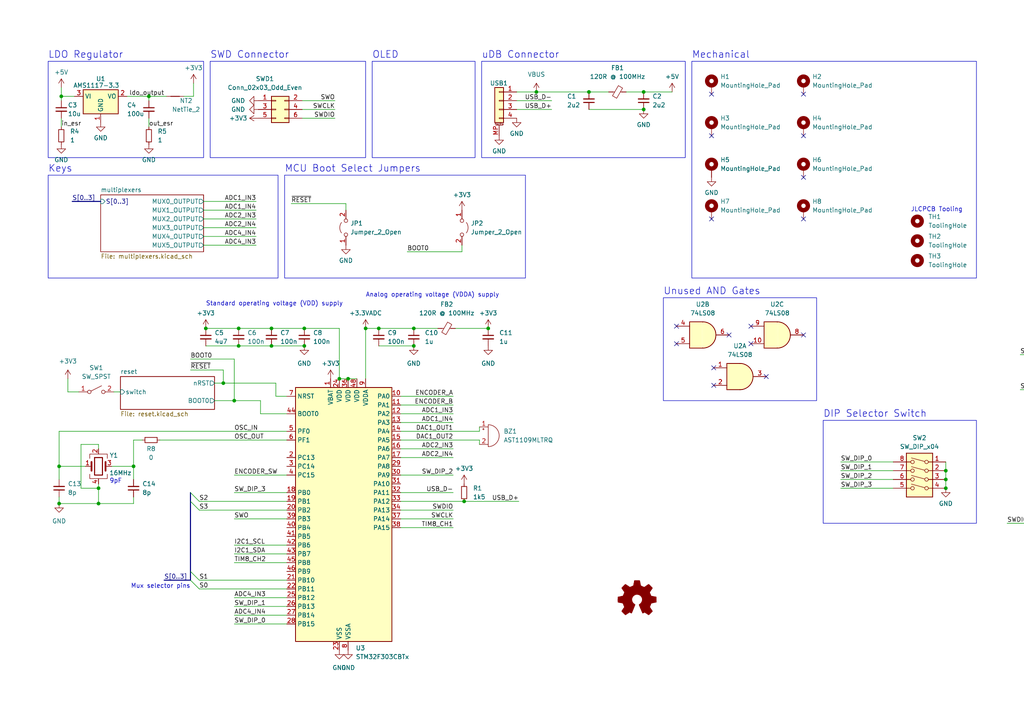
<source format=kicad_sch>
(kicad_sch (version 20230121) (generator eeschema)
  (paper "A4")
  (title_block (title "MoonBoard"))
  (lib_symbols
    (symbol "74xx:74LS08" (pin_names (offset 1.016))
      (property "Reference" "U" (at 0 1.27 0))
      (property "Value" "74LS08" (at 0 -1.27 0))
      (symbol "74LS08_1_1"
        (pin input line (at -7.62 2.54 0) (length 3.81) (name "~") (number "1"))
        (pin input line (at -7.62 -2.54 0) (length 3.81) (name "~") (number "2"))
        (pin output line (at 7.62 0 180) (length 3.81) (name "~") (number "3"))
      )
      (symbol "74LS08_1_2"
        (pin input inverted (at -7.62 2.54 0) (length 4.318) (name "~") (number "1"))
        (pin input inverted (at -7.62 -2.54 0) (length 4.318) (name "~") (number "2"))
        (pin output inverted (at 7.62 0 180) (length 3.81) (name "~") (number "3"))
      )
      (symbol "74LS08_2_1"
        (pin input line (at -7.62 2.54 0) (length 3.81) (name "~") (number "4"))
        (pin input line (at -7.62 -2.54 0) (length 3.81) (name "~") (number "5"))
        (pin output line (at 7.62 0 180) (length 3.81) (name "~") (number "6"))
      )
      (symbol "74LS08_2_2"
        (pin input inverted (at -7.62 2.54 0) (length 4.318) (name "~") (number "4"))
        (pin input inverted (at -7.62 -2.54 0) (length 4.318) (name "~") (number "5"))
        (pin output inverted (at 7.62 0 180) (length 3.81) (name "~") (number "6"))
      )
      (symbol "74LS08_3_1"
        (pin input line (at -7.62 -2.54 0) (length 3.81) (name "~") (number "10"))
        (pin output line (at 7.62 0 180) (length 3.81) (name "~") (number "8"))
        (pin input line (at -7.62 2.54 0) (length 3.81) (name "~") (number "9"))
      )
      (symbol "74LS08_3_2"
        (pin input inverted (at -7.62 -2.54 0) (length 4.318) (name "~") (number "10"))
        (pin output inverted (at 7.62 0 180) (length 3.81) (name "~") (number "8"))
        (pin input inverted (at -7.62 2.54 0) (length 4.318) (name "~") (number "9"))
      )
      (symbol "74LS08_4_1"
        (pin output line (at 7.62 0 180) (length 3.81) (name "~") (number "11"))
        (pin input line (at -7.62 2.54 0) (length 3.81) (name "~") (number "12"))
        (pin input line (at -7.62 -2.54 0) (length 3.81) (name "~") (number "13"))
      )
      (symbol "74LS08_4_2"
        (pin output inverted (at 7.62 0 180) (length 3.81) (name "~") (number "11"))
        (pin input inverted (at -7.62 2.54 0) (length 4.318) (name "~") (number "12"))
        (pin input inverted (at -7.62 -2.54 0) (length 4.318) (name "~") (number "13"))
      )
      (symbol "74LS08_5_0"
        (pin power_in line (at 0 12.7 270) (length 5.08) (name "VCC") (number "14"))
        (pin power_in line (at 0 -12.7 90) (length 5.08) (name "GND") (number "7"))
      )
    )
    (symbol "Connector_Generic:Conn_02x03_Odd_Even" (pin_names (offset 1.016) hide)
      (property "Reference" "J" (at 1.27 5.08 0))
      (property "Value" "Conn_02x03_Odd_Even" (at 1.27 -5.08 0))
      (symbol "Conn_02x03_Odd_Even_1_1"
        (pin passive line (at -5.08 2.54 0) (length 3.81) (name "Pin_1") (number "1"))
        (pin passive line (at 7.62 2.54 180) (length 3.81) (name "Pin_2") (number "2"))
        (pin passive line (at -5.08 0 0) (length 3.81) (name "Pin_3") (number "3"))
        (pin passive line (at 7.62 0 180) (length 3.81) (name "Pin_4") (number "4"))
        (pin passive line (at -5.08 -2.54 0) (length 3.81) (name "Pin_5") (number "5"))
        (pin passive line (at 7.62 -2.54 180) (length 3.81) (name "Pin_6") (number "6"))
      )
    )
    (symbol "Connector_Generic_MountingPin:Conn_01x04_MountingPin" (pin_names (offset 1.016) hide)
      (property "Reference" "J" (at 0 5.08 0))
      (property "Value" "Conn_01x04_MountingPin" (at 1.27 -7.62 0))
      (symbol "Conn_01x04_MountingPin_1_1"
        (text "Mounting" (at 0 -6.731 0) (effects (font (size 0.381 0.381))))
        (pin passive line (at -5.08 2.54 0) (length 3.81) (name "Pin_1") (number "1"))
        (pin passive line (at -5.08 0 0) (length 3.81) (name "Pin_2") (number "2"))
        (pin passive line (at -5.08 -2.54 0) (length 3.81) (name "Pin_3") (number "3"))
        (pin passive line (at -5.08 -5.08 0) (length 3.81) (name "Pin_4") (number "4"))
        (pin passive line (at 0 -10.16 90) (length 3.048) (name "MountPin") (number "MP"))
      )
    )
    (symbol "Device:Buzzer" (pin_names (offset 0.0254) hide)
      (property "Reference" "BZ" (at 3.81 1.27 0))
      (property "Value" "Buzzer" (at 3.81 -1.27 0))
      (symbol "Buzzer_1_1"
        (pin passive line (at -2.54 2.54 0) (length 2.54) (name "-") (number "1"))
        (pin passive line (at -2.54 -2.54 0) (length 2.54) (name "+") (number "2"))
      )
    )
    (symbol "Device:C_Small" (pin_numbers hide) (pin_names (offset 0.254) hide)
      (property "Reference" "C" (at 0.254 1.778 0))
      (property "Value" "C_Small" (at 0.254 -2.032 0))
      (symbol "C_Small_1_1"
        (pin passive line (at 0 2.54 270) (length 2.032) (name "~") (number "1"))
        (pin passive line (at 0 -2.54 90) (length 2.032) (name "~") (number "2"))
      )
    )
    (symbol "Device:Crystal_GND24" (pin_names (offset 1.016) hide)
      (property "Reference" "Y" (at 3.175 5.08 0))
      (property "Value" "Crystal_GND24" (at 3.175 3.175 0))
      (symbol "Crystal_GND24_1_1"
        (pin passive line (at -3.81 0 0) (length 1.27) (name "1") (number "1"))
        (pin passive line (at 0 5.08 270) (length 1.27) (name "2") (number "2"))
        (pin passive line (at 3.81 0 180) (length 1.27) (name "3") (number "3"))
        (pin passive line (at 0 -5.08 90) (length 1.27) (name "4") (number "4"))
      )
    )
    (symbol "Device:FerriteBead_Small" (pin_numbers hide) (pin_names (offset 0))
      (property "Reference" "FB" (at 1.905 1.27 0))
      (property "Value" "FerriteBead_Small" (at 1.905 -1.27 0))
      (symbol "FerriteBead_Small_1_1"
        (pin passive line (at 0 2.54 270) (length 1.27) (name "~") (number "1"))
        (pin passive line (at 0 -2.54 90) (length 1.27) (name "~") (number "2"))
      )
    )
    (symbol "Device:NetTie_2" (pin_numbers hide) (pin_names (offset 0) hide) (in_bom no)
      (property "Reference" "NT" (at 0 1.27 0))
      (property "Value" "NetTie_2" (at 0 -1.27 0))
      (symbol "NetTie_2_1_1"
        (pin passive line (at -2.54 0 0) (length 2.54) (name "1") (number "1"))
        (pin passive line (at 2.54 0 180) (length 2.54) (name "2") (number "2"))
      )
    )
    (symbol "Device:R_Small" (pin_numbers hide) (pin_names (offset 0.254) hide)
      (property "Reference" "R" (at 0.762 0.508 0))
      (property "Value" "R_Small" (at 0.762 -1.016 0))
      (symbol "R_Small_1_1"
        (pin passive line (at 0 2.54 270) (length 0.762) (name "~") (number "1"))
        (pin passive line (at 0 -2.54 90) (length 0.762) (name "~") (number "2"))
      )
    )
    (symbol "Graphic:Logo_Open_Hardware_Small" (in_bom no) (on_board no))
    (symbol "Jumper:Jumper_2_Open" (pin_names (offset 0) hide)
      (property "Reference" "JP" (at 0 2.794 0))
      (property "Value" "Jumper_2_Open" (at 0 -2.286 0))
      (symbol "Jumper_2_Open_1_1"
        (pin passive line (at -5.08 0 0) (length 2.54) (name "A") (number "1"))
        (pin passive line (at 5.08 0 180) (length 2.54) (name "B") (number "2"))
      )
    )
    (symbol "MCU_ST_STM32F3:STM32F303CBTx"
      (property "Reference" "U" (at -12.7 39.37 0))
      (property "Value" "STM32F303CBTx" (at 10.16 39.37 0))
      (symbol "STM32F303CBTx_1_1"
        (pin power_in line (at -2.54 40.64 270) (length 2.54) (name "VBAT") (number "1"))
        (pin bidirectional line (at 17.78 35.56 180) (length 2.54) (name "PA0") (number "10"))
        (pin bidirectional line (at 17.78 33.02 180) (length 2.54) (name "PA1") (number "11"))
        (pin bidirectional line (at 17.78 30.48 180) (length 2.54) (name "PA2") (number "12"))
        (pin bidirectional line (at 17.78 27.94 180) (length 2.54) (name "PA3") (number "13"))
        (pin bidirectional line (at 17.78 25.4 180) (length 2.54) (name "PA4") (number "14"))
        (pin bidirectional line (at 17.78 22.86 180) (length 2.54) (name "PA5") (number "15"))
        (pin bidirectional line (at 17.78 20.32 180) (length 2.54) (name "PA6") (number "16"))
        (pin bidirectional line (at 17.78 17.78 180) (length 2.54) (name "PA7") (number "17"))
        (pin bidirectional line (at -15.24 7.62 0) (length 2.54) (name "PB0") (number "18"))
        (pin bidirectional line (at -15.24 5.08 0) (length 2.54) (name "PB1") (number "19"))
        (pin bidirectional line (at -15.24 17.78 0) (length 2.54) (name "PC13") (number "2"))
        (pin bidirectional line (at -15.24 2.54 0) (length 2.54) (name "PB2") (number "20"))
        (pin bidirectional line (at -15.24 -17.78 0) (length 2.54) (name "PB10") (number "21"))
        (pin bidirectional line (at -15.24 -20.32 0) (length 2.54) (name "PB11") (number "22"))
        (pin power_in line (at 0 -38.1 90) (length 2.54) (name "VSS") (number "23"))
        (pin power_in line (at 0 40.64 270) (length 2.54) (name "VDD") (number "24"))
        (pin bidirectional line (at -15.24 -22.86 0) (length 2.54) (name "PB12") (number "25"))
        (pin bidirectional line (at -15.24 -25.4 0) (length 2.54) (name "PB13") (number "26"))
        (pin bidirectional line (at -15.24 -27.94 0) (length 2.54) (name "PB14") (number "27"))
        (pin bidirectional line (at -15.24 -30.48 0) (length 2.54) (name "PB15") (number "28"))
        (pin bidirectional line (at 17.78 15.24 180) (length 2.54) (name "PA8") (number "29"))
        (pin bidirectional line (at -15.24 15.24 0) (length 2.54) (name "PC14") (number "3"))
        (pin bidirectional line (at 17.78 12.7 180) (length 2.54) (name "PA9") (number "30"))
        (pin bidirectional line (at 17.78 10.16 180) (length 2.54) (name "PA10") (number "31"))
        (pin bidirectional line (at 17.78 7.62 180) (length 2.54) (name "PA11") (number "32"))
        (pin bidirectional line (at 17.78 5.08 180) (length 2.54) (name "PA12") (number "33"))
        (pin bidirectional line (at 17.78 2.54 180) (length 2.54) (name "PA13") (number "34"))
        (pin passive line (at 0 -38.1 90) (length 2.54) hide (name "VSS") (number "35"))
        (pin power_in line (at 2.54 40.64 270) (length 2.54) (name "VDD") (number "36"))
        (pin bidirectional line (at 17.78 0 180) (length 2.54) (name "PA14") (number "37"))
        (pin bidirectional line (at 17.78 -2.54 180) (length 2.54) (name "PA15") (number "38"))
        (pin bidirectional line (at -15.24 0 0) (length 2.54) (name "PB3") (number "39"))
        (pin bidirectional line (at -15.24 12.7 0) (length 2.54) (name "PC15") (number "4"))
        (pin bidirectional line (at -15.24 -2.54 0) (length 2.54) (name "PB4") (number "40"))
        (pin bidirectional line (at -15.24 -5.08 0) (length 2.54) (name "PB5") (number "41"))
        (pin bidirectional line (at -15.24 -7.62 0) (length 2.54) (name "PB6") (number "42"))
        (pin bidirectional line (at -15.24 -10.16 0) (length 2.54) (name "PB7") (number "43"))
        (pin input line (at -15.24 30.48 0) (length 2.54) (name "BOOT0") (number "44"))
        (pin bidirectional line (at -15.24 -12.7 0) (length 2.54) (name "PB8") (number "45"))
        (pin bidirectional line (at -15.24 -15.24 0) (length 2.54) (name "PB9") (number "46"))
        (pin passive line (at 0 -38.1 90) (length 2.54) hide (name "VSS") (number "47"))
        (pin power_in line (at 5.08 40.64 270) (length 2.54) (name "VDD") (number "48"))
        (pin bidirectional line (at -15.24 25.4 0) (length 2.54) (name "PF0") (number "5"))
        (pin bidirectional line (at -15.24 22.86 0) (length 2.54) (name "PF1") (number "6"))
        (pin input line (at -15.24 35.56 0) (length 2.54) (name "NRST") (number "7"))
        (pin power_in line (at 2.54 -38.1 90) (length 2.54) (name "VSSA") (number "8"))
        (pin power_in line (at 7.62 40.64 270) (length 2.54) (name "VDDA") (number "9"))
      )
    )
    (symbol "Mechanical:MountingHole" (pin_names (offset 1.016))
      (property "Reference" "H" (at 0 5.08 0))
      (property "Value" "MountingHole" (at 0 3.175 0))
    )
    (symbol "Mechanical:MountingHole_Pad" (pin_numbers hide) (pin_names (offset 1.016) hide)
      (property "Reference" "H" (at 0 6.35 0))
      (property "Value" "MountingHole_Pad" (at 0 4.445 0))
      (symbol "MountingHole_Pad_1_1"
        (pin input line (at 0 -2.54 90) (length 2.54) (name "1") (number "1"))
      )
    )
    (symbol "Regulator_Linear:AMS1117-3.3"
      (property "Reference" "U" (at -3.81 3.175 0))
      (property "Value" "AMS1117-3.3" (at 0 3.175 0))
      (symbol "AMS1117-3.3_1_1"
        (pin power_in line (at 0 -7.62 90) (length 2.54) (name "GND") (number "1"))
        (pin power_out line (at 7.62 0 180) (length 2.54) (name "VO") (number "2"))
        (pin power_in line (at -7.62 0 0) (length 2.54) (name "VI") (number "3"))
      )
    )
    (symbol "Switch:SW_DIP_x04" (pin_names (offset 0) hide)
      (property "Reference" "SW" (at 0 8.89 0))
      (property "Value" "SW_DIP_x04" (at 0 -6.35 0))
      (symbol "SW_DIP_x04_1_1"
        (pin passive line (at -7.62 5.08 0) (length 5.08) (name "~") (number "1"))
        (pin passive line (at -7.62 2.54 0) (length 5.08) (name "~") (number "2"))
        (pin passive line (at -7.62 0 0) (length 5.08) (name "~") (number "3"))
        (pin passive line (at -7.62 -2.54 0) (length 5.08) (name "~") (number "4"))
        (pin passive line (at 7.62 -2.54 180) (length 5.08) (name "~") (number "5"))
        (pin passive line (at 7.62 0 180) (length 5.08) (name "~") (number "6"))
        (pin passive line (at 7.62 2.54 180) (length 5.08) (name "~") (number "7"))
        (pin passive line (at 7.62 5.08 180) (length 5.08) (name "~") (number "8"))
      )
    )
    (symbol "Switch:SW_SPST" (pin_names (offset 0) hide)
      (property "Reference" "SW" (at 0 3.175 0))
      (property "Value" "SW_SPST" (at 0 -2.54 0))
      (symbol "SW_SPST_1_1"
        (pin passive line (at -5.08 0 0) (length 2.54) (name "A") (number "1"))
        (pin passive line (at 5.08 0 180) (length 2.54) (name "B") (number "2"))
      )
    )
    (symbol "Unified-Daughterboard-rescue:TPD4E05U06DQAR-acheronSymbols" (pin_names (offset 0))
      (property "Reference" "U" (at 0 12.7 0))
      (property "Value" "TPD4E05U06DQAR-acheronSymbols" (at 0 10.16 0))
      (symbol "TPD4E05U06DQAR-acheronSymbols_1_1"
        (pin bidirectional line (at -12.7 2.54 0) (length 5.08) (name "IO1") (number "1"))
        (pin bidirectional line (at -12.7 5.08 0) (length 5.08) (name "NC") (number "10"))
        (pin bidirectional line (at -12.7 -2.54 0) (length 5.08) (name "IO2") (number "2"))
        (pin power_in line (at -1.27 -12.7 90) (length 5.08) (name "GND") (number "3"))
        (pin bidirectional line (at 12.7 2.54 180) (length 5.08) (name "D2+") (number "4"))
        (pin bidirectional line (at 12.7 -2.54 180) (length 5.08) (name "D2-") (number "5"))
        (pin bidirectional line (at 12.7 -5.08 180) (length 5.08) (name "NC") (number "6"))
        (pin bidirectional line (at 12.7 5.08 180) (length 5.08) (name "NC") (number "7"))
        (pin power_in line (at 1.27 -12.7 90) (length 5.08) (name "GND") (number "8"))
        (pin bidirectional line (at -12.7 -5.08 0) (length 5.08) (name "NC") (number "9"))
      )
    )
    (symbol "power:+3.3VADC" (power) (pin_names (offset 0))
      (property "Value" "+3.3VADC" (at 0 2.54 0))
      (symbol "+3.3VADC_0_0"
        (pin power_in line (at 0 0 90) (length 0) hide (name "+3.3VADC") (number "1"))
      )
    )
    (symbol "power:+3V3" (power) (pin_names (offset 0))
      (property "Value" "+3V3" (at 0 3.556 0))
      (symbol "+3V3_1_1"
        (pin power_in line (at 0 0 90) (length 0) hide (name "+3V3") (number "1"))
      )
    )
    (symbol "power:+5V" (power) (pin_names (offset 0))
      (property "Value" "+5V" (at 0 3.556 0))
      (symbol "+5V_1_1"
        (pin power_in line (at 0 0 90) (length 0) hide (name "+5V") (number "1"))
      )
    )
    (symbol "power:GND" (power) (pin_names (offset 0))
      (property "Value" "GND" (at 0 -3.81 0))
      (symbol "GND_1_1"
        (pin power_in line (at 0 0 270) (length 0) hide (name "GND") (number "1"))
      )
    )
    (symbol "power:VBUS" (power) (pin_names (offset 0))
      (property "Value" "VBUS" (at 0 3.81 0))
      (symbol "VBUS_1_1"
        (pin power_in line (at 0 0 90) (length 0) hide (name "VBUS") (number "1"))
      )
    )
  )
  (junction (at 307.34 151.765))
  (junction (at 332.74 161.925))
  (junction (at 28.575 141.605))
  (junction (at 88.265 95.25))
  (junction (at 78.74 100.33))
  (junction (at 311.15 102.87))
  (junction (at 88.265 100.33))
  (junction (at 120.015 100.33))
  (junction (at 69.215 95.25))
  (junction (at 336.55 102.87))
  (junction (at 141.605 95.25))
  (junction (at 311.15 113.03))
  (junction (at 67.945 116.205))
  (junction (at 155.575 26.67))
  (junction (at 186.69 31.75))
  (junction (at 17.145 146.05))
  (junction (at 59.69 95.25))
  (junction (at 69.215 100.33))
  (junction (at 106.045 95.25))
  (junction (at 186.69 26.67))
  (junction (at 98.425 109.855))
  (junction (at 120.015 95.25))
  (junction (at 318.77 169.545))
  (junction (at 170.815 26.67))
  (junction (at 274.32 139.065))
  (junction (at 322.58 120.65))
  (junction (at 274.32 141.605))
  (junction (at 17.78 27.94))
  (junction (at 100.965 109.855))
  (junction (at 78.74 95.25))
  (junction (at 274.32 136.525))
  (junction (at 64.77 111.125))
  (junction (at 134.62 145.415))
  (junction (at 336.55 113.03))
  (junction (at 43.18 27.94))
  (junction (at 38.735 135.255))
  (junction (at 17.145 135.255))
  (junction (at 28.575 146.05))
  (junction (at 109.855 95.25))
  (junction (at 332.74 151.765))
  (no_connect (at 233.045 63.5))
  (no_connect (at 233.045 51.435))
  (no_connect (at 233.045 39.37))
  (no_connect (at 211.455 97.155))
  (no_connect (at 207.01 106.68))
  (no_connect (at 196.215 99.695))
  (no_connect (at 217.805 94.615))
  (no_connect (at 206.375 63.5))
  (no_connect (at 233.045 97.155))
  (no_connect (at 207.01 111.76))
  (no_connect (at 206.375 39.37))
  (no_connect (at 222.25 109.22))
  (no_connect (at 233.045 27.305))
  (no_connect (at 196.215 94.615))
  (no_connect (at 206.375 27.305))
  (no_connect (at 217.805 99.695))
  (no_connect (at 307.34 161.925))
  (bus_entry (at 55.245 165.735) (size 2.54 2.54))
  (bus_entry (at 55.245 168.275) (size 2.54 2.54))
  (bus_entry (at 55.245 145.415) (size 2.54 2.54))
  (bus_entry (at 55.245 142.875) (size 2.54 2.54))
  (wire (pts (xy 243.84 139.065) (xy 259.08 139.065)))
  (wire (pts (xy 83.185 158.115) (xy 67.945 158.115)))
  (wire (pts (xy 38.735 144.145) (xy 38.735 146.05)))
  (wire (pts (xy 83.185 178.435) (xy 67.945 178.435)))
  (bus (pts (xy 47.625 168.275) (xy 55.245 168.275)))
  (wire (pts (xy 106.045 109.855) (xy 106.045 95.25)))
  (wire (pts (xy 57.785 145.415) (xy 83.185 145.415)))
  (wire (pts (xy 38.735 127.635) (xy 41.275 127.635)))
  (wire (pts (xy 336.55 113.03) (xy 351.79 113.03)))
  (wire (pts (xy 120.015 95.25) (xy 127 95.25)))
  (wire (pts (xy 78.74 95.25) (xy 88.265 95.25)))
  (wire (pts (xy 83.185 160.655) (xy 67.945 160.655)))
  (wire (pts (xy 295.91 102.87) (xy 311.15 102.87)))
  (wire (pts (xy 59.055 71.12) (xy 74.295 71.12)))
  (wire (pts (xy 80.01 111.125) (xy 80.01 114.935)))
  (wire (pts (xy 131.445 114.935) (xy 116.205 114.935)))
  (wire (pts (xy 116.205 142.875) (xy 131.445 142.875)))
  (wire (pts (xy 186.69 26.67) (xy 181.61 26.67)))
  (wire (pts (xy 57.785 170.815) (xy 83.185 170.815)))
  (wire (pts (xy 17.78 27.94) (xy 21.59 27.94)))
  (wire (pts (xy 318.77 169.545) (xy 321.31 169.545)))
  (wire (pts (xy 17.145 125.095) (xy 83.185 125.095)))
  (wire (pts (xy 64.77 107.315) (xy 64.77 111.125)))
  (wire (pts (xy 59.055 68.58) (xy 74.295 68.58)))
  (wire (pts (xy 59.055 60.96) (xy 74.295 60.96)))
  (wire (pts (xy 62.23 111.125) (xy 64.77 111.125)))
  (wire (pts (xy 17.78 25.4) (xy 17.78 27.94)))
  (wire (pts (xy 292.1 151.765) (xy 307.34 151.765)))
  (wire (pts (xy 100.965 109.855) (xy 103.505 109.855)))
  (wire (pts (xy 17.145 135.255) (xy 17.145 125.095)))
  (wire (pts (xy 38.735 135.255) (xy 38.735 127.635)))
  (wire (pts (xy 59.055 58.42) (xy 74.295 58.42)))
  (wire (pts (xy 139.065 125.095) (xy 139.065 123.825)))
  (wire (pts (xy 43.18 29.21) (xy 43.18 27.94)))
  (wire (pts (xy 69.215 95.25) (xy 78.74 95.25)))
  (wire (pts (xy 295.91 113.03) (xy 311.15 113.03)))
  (wire (pts (xy 131.445 117.475) (xy 116.205 117.475)))
  (wire (pts (xy 17.145 139.065) (xy 17.145 135.255)))
  (wire (pts (xy 176.53 26.67) (xy 170.815 26.67)))
  (wire (pts (xy 17.145 146.05) (xy 28.575 146.05)))
  (wire (pts (xy 311.15 110.49) (xy 311.15 113.03)))
  (wire (pts (xy 59.055 63.5) (xy 74.295 63.5)))
  (wire (pts (xy 59.055 66.04) (xy 74.295 66.04)))
  (wire (pts (xy 17.145 144.145) (xy 17.145 146.05)))
  (wire (pts (xy 307.34 151.765) (xy 307.34 154.305)))
  (wire (pts (xy 62.23 116.205) (xy 67.945 116.205)))
  (wire (pts (xy 56.134 27.94) (xy 56.134 24.13)))
  (wire (pts (xy 116.205 120.015) (xy 131.445 120.015)))
  (wire (pts (xy 97.155 34.29) (xy 87.63 34.29)))
  (wire (pts (xy 67.945 116.205) (xy 75.565 116.205)))
  (bus (pts (xy 55.245 145.415) (xy 55.245 165.735)))
  (wire (pts (xy 332.74 159.385) (xy 332.74 161.925)))
  (wire (pts (xy 28.575 130.175) (xy 28.575 128.905)))
  (wire (pts (xy 139.065 128.905) (xy 139.065 127.635)))
  (wire (pts (xy 43.18 36.83) (xy 43.18 34.29)))
  (wire (pts (xy 132.08 95.25) (xy 141.605 95.25)))
  (wire (pts (xy 109.855 100.33) (xy 120.015 100.33)))
  (wire (pts (xy 17.78 29.21) (xy 17.78 27.94)))
  (wire (pts (xy 23.495 128.905) (xy 23.495 141.605)))
  (wire (pts (xy 109.855 95.25) (xy 120.015 95.25)))
  (wire (pts (xy 55.245 104.14) (xy 67.945 104.14)))
  (wire (pts (xy 332.74 151.765) (xy 347.98 151.765)))
  (wire (pts (xy 67.945 180.975) (xy 83.185 180.975)))
  (wire (pts (xy 83.185 173.355) (xy 67.945 173.355)))
  (wire (pts (xy 32.385 135.255) (xy 38.735 135.255)))
  (wire (pts (xy 38.735 139.065) (xy 38.735 135.255)))
  (wire (pts (xy 57.785 168.275) (xy 83.185 168.275)))
  (wire (pts (xy 17.145 135.255) (xy 24.765 135.255)))
  (wire (pts (xy 57.785 147.955) (xy 83.185 147.955)))
  (wire (pts (xy 133.985 73.025) (xy 133.985 71.12)))
  (wire (pts (xy 19.685 113.665) (xy 19.685 109.855)))
  (wire (pts (xy 106.045 95.25) (xy 109.855 95.25)))
  (wire (pts (xy 67.945 142.875) (xy 83.185 142.875)))
  (wire (pts (xy 274.32 136.525) (xy 274.32 139.065)))
  (wire (pts (xy 274.32 133.985) (xy 274.32 136.525)))
  (wire (pts (xy 131.445 150.495) (xy 116.205 150.495)))
  (wire (pts (xy 307.34 159.385) (xy 307.34 161.925)))
  (wire (pts (xy 59.69 95.25) (xy 69.215 95.25)))
  (wire (pts (xy 23.495 141.605) (xy 28.575 141.605)))
  (wire (pts (xy 116.205 153.035) (xy 131.445 153.035)))
  (wire (pts (xy 311.15 102.87) (xy 311.15 105.41)))
  (wire (pts (xy 116.205 125.095) (xy 139.065 125.095)))
  (wire (pts (xy 322.58 120.65) (xy 325.12 120.65)))
  (wire (pts (xy 67.945 150.495) (xy 83.185 150.495)))
  (wire (pts (xy 97.155 29.21) (xy 87.63 29.21)))
  (wire (pts (xy 75.565 120.015) (xy 83.185 120.015)))
  (wire (pts (xy 131.445 147.955) (xy 116.205 147.955)))
  (wire (pts (xy 22.86 113.665) (xy 19.685 113.665)))
  (wire (pts (xy 243.84 136.525) (xy 259.08 136.525)))
  (wire (pts (xy 118.11 73.025) (xy 133.985 73.025)))
  (bus (pts (xy 55.245 165.735) (xy 55.245 168.275)))
  (wire (pts (xy 243.84 141.605) (xy 259.08 141.605)))
  (wire (pts (xy 28.575 141.605) (xy 28.575 146.05)))
  (wire (pts (xy 186.69 26.67) (xy 194.945 26.67)))
  (wire (pts (xy 67.945 137.795) (xy 83.185 137.795)))
  (wire (pts (xy 100.33 59.055) (xy 100.33 60.96)))
  (wire (pts (xy 149.86 26.67) (xy 155.575 26.67)))
  (wire (pts (xy 28.575 146.05) (xy 38.735 146.05)))
  (wire (pts (xy 67.945 116.205) (xy 67.945 104.14)))
  (wire (pts (xy 17.78 36.83) (xy 17.78 34.29)))
  (wire (pts (xy 336.55 102.87) (xy 336.55 105.41)))
  (wire (pts (xy 33.02 113.665) (xy 34.925 113.665)))
  (wire (pts (xy 332.74 151.765) (xy 332.74 154.305)))
  (wire (pts (xy 97.155 31.75) (xy 87.63 31.75)))
  (wire (pts (xy 170.815 31.75) (xy 186.69 31.75)))
  (wire (pts (xy 336.55 110.49) (xy 336.55 113.03)))
  (wire (pts (xy 69.215 100.33) (xy 78.74 100.33)))
  (wire (pts (xy 116.205 130.175) (xy 131.445 130.175)))
  (wire (pts (xy 336.55 102.87) (xy 351.79 102.87)))
  (wire (pts (xy 55.245 107.315) (xy 64.77 107.315)))
  (wire (pts (xy 98.425 95.25) (xy 98.425 109.855)))
  (bus (pts (xy 55.245 142.875) (xy 55.245 145.415)))
  (wire (pts (xy 67.945 163.195) (xy 83.185 163.195)))
  (wire (pts (xy 116.205 132.715) (xy 131.445 132.715)))
  (wire (pts (xy 64.77 111.125) (xy 80.01 111.125)))
  (wire (pts (xy 134.62 145.415) (xy 150.495 145.415)))
  (wire (pts (xy 78.74 100.33) (xy 88.265 100.33)))
  (wire (pts (xy 98.425 109.855) (xy 100.965 109.855)))
  (wire (pts (xy 67.945 175.895) (xy 83.185 175.895)))
  (wire (pts (xy 46.355 127.635) (xy 83.185 127.635)))
  (wire (pts (xy 88.265 95.25) (xy 98.425 95.25)))
  (wire (pts (xy 131.445 137.795) (xy 116.205 137.795)))
  (wire (pts (xy 155.575 26.67) (xy 170.815 26.67)))
  (wire (pts (xy 36.83 27.94) (xy 43.18 27.94)))
  (wire (pts (xy 274.32 139.065) (xy 274.32 141.605)))
  (wire (pts (xy 28.575 128.905) (xy 23.495 128.905)))
  (wire (pts (xy 116.205 127.635) (xy 139.065 127.635)))
  (wire (pts (xy 80.01 114.935) (xy 83.185 114.935)))
  (wire (pts (xy 332.74 161.925) (xy 347.98 161.925)))
  (bus (pts (xy 20.955 58.42) (xy 29.21 58.42)))
  (wire (pts (xy 75.565 116.205) (xy 75.565 120.015)))
  (wire (pts (xy 43.18 27.94) (xy 48.26 27.94)))
  (wire (pts (xy 243.84 133.985) (xy 259.08 133.985)))
  (wire (pts (xy 160.02 29.21) (xy 149.86 29.21)))
  (wire (pts (xy 59.69 100.33) (xy 69.215 100.33)))
  (wire (pts (xy 28.575 141.605) (xy 28.575 140.335)))
  (wire (pts (xy 160.02 31.75) (xy 149.86 31.75)))
  (wire (pts (xy 116.205 122.555) (xy 131.445 122.555)))
  (wire (pts (xy 84.455 59.055) (xy 100.33 59.055)))
  (wire (pts (xy 53.34 27.94) (xy 56.134 27.94)))
  (wire (pts (xy 134.62 145.415) (xy 116.205 145.415)))
  (rectangle (start 82.55 50.8) (end 152.4 80.645))
  (rectangle (start 192.405 86.36) (end 236.855 116.205))
  (rectangle (start 139.7 17.78) (end 198.755 45.72))
  (rectangle (start 200.66 17.78) (end 283.21 80.645))
  (rectangle (start 60.96 17.78) (end 106.045 45.72))
  (rectangle (start 13.97 17.78) (end 59.055 45.72))
  (rectangle (start 13.97 50.8) (end 80.645 80.645))
  (rectangle (start 238.76 121.92) (end 283.21 151.765))
  (rectangle (start 107.95 17.78) (end 137.795 45.72))
  (text "Mechanical" (at 200.66 17.145 0) (effects (font (size 2 2)) (justify left bottom)))
  (text "JLCPCB Tooling\n" (at 264.16 61.595 0) (effects (font (size 1.27 1.27)) (justify left bottom)))
  (text "Keys" (at 13.97 50.165 0) (effects (font (size 2 2)) (justify left bottom)))
  (text "Mux selector pins" (at 55.245 170.815 0) (effects (font (size 1.27 1.27)) (justify right bottom)))
  (text "Standard operating voltage (VDD) supply" (at 59.69 88.9 0) (effects (font (size 1.27 1.27)) (justify left bottom)))
  (text "SWD Connector" (at 60.96 17.145 0) (effects (font (size 2 2)) (justify left bottom)))
  (text "OLED\n" (at 107.95 17.145 0) (effects (font (size 2 2)) (justify left bottom)))
  (text "9pF" (at 31.75 140.335 0) (effects (font (size 1.27 1.27)) (justify left bottom)))
  (text "MCU Boot Select Jumpers" (at 82.55 50.165 0) (effects (font (size 2 2)) (justify left bottom)))
  (text "DIP Selector Switch\n" (at 238.76 121.285 0) (effects (font (size 2 2)) (justify left bottom)))
  (text "Unused AND Gates" (at 192.405 85.725 0) (effects (font (size 2 2)) (justify left bottom)))
  (text "uDB Connector" (at 139.7 17.145 0) (effects (font (size 2 2)) (justify left bottom)))
  (text "LDO Regulator" (at 13.97 17.145 0) (effects (font (size 2 2)) (justify left bottom)))
  (text "Analog operating voltage (VDDA) supply" (at 106.045 86.36 0) (effects (font (size 1.27 1.27)) (justify left bottom)))
  (label "I2C1_SCL" (at 351.79 102.87 180))
  (label "SWDIO" (at 292.1 151.765 0))
  (label "out_esr" (at 43.18 36.83 0))
  (label "SW_DIP_2" (at 131.445 137.795 180))
  (label "ADC1_IN3" (at 131.445 120.015 180))
  (label "SWCLK" (at 131.445 150.495 180))
  (label "S[0..3]" (at 20.955 58.42 0))
  (label "SW_DIP_3" (at 243.84 141.605 0))
  (label "ADC2_IN3" (at 74.295 63.5 180))
  (label "SWDIO" (at 131.445 147.955 180))
  (label "S1" (at 57.785 168.275 0))
  (label "ENCODER_A" (at 131.445 114.935 180))
  (label "BOOT0" (at 55.245 104.14 0))
  (label "OSC_IN" (at 67.945 125.095 0))
  (label "SWDIO" (at 97.155 34.29 180))
  (label "USB_D-" (at 131.445 142.875 180))
  (label "ADC4_IN4" (at 67.945 178.435 0))
  (label "S0" (at 57.785 170.815 0))
  (label "SW_DIP_2" (at 243.84 139.065 0))
  (label "SW_DIP_1" (at 67.945 175.895 0))
  (label "SW_DIP_1" (at 243.84 136.525 0))
  (label "~{RESET}" (at 55.245 107.315 0))
  (label "USB_D-" (at 347.98 161.925 180))
  (label "USB_D-" (at 160.02 29.21 180))
  (label "ADC2_IN4" (at 74.295 66.04 180))
  (label "ADC1_IN4" (at 131.445 122.555 180))
  (label "in_esr" (at 17.78 36.83 0))
  (label "I2C1_SDA" (at 67.945 160.655 0))
  (label "TIM8_CH2" (at 67.945 163.195 0))
  (label "SW_DIP_0" (at 243.84 133.985 0))
  (label "ADC4_IN3" (at 74.295 71.12 180))
  (label "ADC2_IN4" (at 131.445 132.715 180))
  (label "ADC4_IN3" (at 67.945 173.355 0))
  (label "ADC1_IN4" (at 74.295 60.96 180))
  (label "SWO" (at 97.155 29.21 180))
  (label "ldo_output" (at 37.465 27.94 0))
  (label "I2C1_SDA" (at 351.79 113.03 180))
  (label "ENCODER_SW" (at 67.945 137.795 0))
  (label "~{RESET}" (at 84.455 59.055 0))
  (label "S2" (at 57.785 145.415 0))
  (label "DAC1_OUT2" (at 131.445 127.635 180))
  (label "USB_D+" (at 347.98 151.765 180))
  (label "BOOT0" (at 118.11 73.025 0))
  (label "S[0..3]" (at 47.625 168.275 0))
  (label "ADC1_IN3" (at 74.295 58.42 180))
  (label "SWCLK" (at 97.155 31.75 180))
  (label "USB_D+" (at 160.02 31.75 180))
  (label "I2C1_SCL" (at 67.945 158.115 0))
  (label "ADC2_IN3" (at 131.445 130.175 180))
  (label "DAC1_OUT1" (at 131.445 125.095 180))
  (label "SW_DIP_0" (at 67.945 180.975 0))
  (label "SWCLK" (at 295.91 102.87 0))
  (label "SWO" (at 67.945 150.495 0))
  (label "OSC_OUT" (at 67.945 127.635 0))
  (label "ADC4_IN4" (at 74.295 68.58 180))
  (label "ENCODER_B" (at 131.445 117.475 180))
  (label "S3" (at 57.785 147.955 0))
  (label "SW_DIP_3" (at 67.945 142.875 0))
  (label "SWO" (at 295.91 113.03 0))
  (label "TIM8_CH1" (at 131.445 153.035 180))
  (label "USB_D+" (at 150.495 145.415 180))
  (symbol (lib_id "power:GND") (at 100.33 71.12 0) (unit 1)
    (property "Reference" "#PWR020" (effects hide))
    (property "Value" "GND" (at 100.33 75.565 0))
  )
  (symbol (lib_id "74xx:74LS08") (at 214.63 109.22 0) (unit 1)
    (property "Reference" "U2" (at 214.6217 100.33 0))
    (property "Value" "74LS08" (at 214.6217 102.87 0))
    (property "Footprint" "Package_SO:SOIC-14_3.9x8.7mm_P1.27mm" (effects hide))
    (property "Datasheet" "http://www.ti.com/lit/gpn/sn74LS08" (effects hide))
  )
  (symbol (lib_id "Regulator_Linear:AMS1117-3.3") (at 29.21 27.94 0) (unit 1)
    (property "Reference" "U1" (at 29.21 22.86 0))
    (property "Value" "AMS1117-3.3" (at 27.94 24.765 0))
    (property "Footprint" "Package_TO_SOT_SMD:SOT-223-3_TabPin2" (effects hide))
    (property "Datasheet" "http://www.advanced-monolithic.com/pdf/ds1117.pdf" (effects hide))
  )
  (symbol (lib_id "Device:C_Small") (at 59.69 97.79 0) (unit 1)
    (property "Reference" "C5" (at 62.23 96.5263 0) (effects (justify left)))
    (property "Value" "4u7" (at 62.23 99.0663 0) (effects (justify left)))
    (property "Footprint" "Capacitor_SMD:C_0402_1005Metric" (effects hide))
  )
  (symbol (lib_id "Device:C_Small") (at 186.69 29.21 180) (unit 1)
    (property "Reference" "C2" (at 189.23 27.9336 0) (effects (justify right)))
    (property "Value" "2u2" (at 189.23 30.4736 0) (effects (justify right)))
    (property "Footprint" "Capacitor_SMD:C_0805_2012Metric" (effects hide))
  )
  (symbol (lib_id "Device:FerriteBead_Small") (at 179.07 26.67 270) (unit 1)
    (property "Reference" "FB1" (at 179.1081 19.685 90))
    (property "Value" "120R @ 100MHz" (at 179.1081 22.225 90))
    (property "Footprint" "Inductor_SMD:L_0805_2012Metric" (effects hide))
  )
  (symbol (lib_id "Mechanical:MountingHole_Pad") (at 233.045 48.895 0) (unit 1) (in_bom no)
    (property "Reference" "H6" (at 235.585 46.355 0) (effects (justify left)))
    (property "Value" "MountingHole_Pad" (at 235.585 48.895 0) (effects (justify left)))
    (property "Footprint" "MountingHole:MountingHole_2.2mm_M2_Pad_Via" (effects hide))
  )
  (symbol (lib_id "Mechanical:MountingHole_Pad") (at 206.375 60.96 0) (unit 1) (in_bom no)
    (property "Reference" "H7" (at 208.915 58.42 0) (effects (justify left)))
    (property "Value" "MountingHole_Pad" (at 208.915 60.96 0) (effects (justify left)))
    (property "Footprint" "MountingHole:MountingHole_2.2mm_M2_Pad_Via" (effects hide))
  )
  (symbol (lib_id "Device:C_Small") (at 141.605 97.79 0) (unit 1)
    (property "Reference" "C11" (at 144.78 96.5263 0) (effects (justify left)))
    (property "Value" "1u" (at 144.78 99.0663 0) (effects (justify left)))
    (property "Footprint" "Capacitor_SMD:C_0402_1005Metric" (effects hide))
  )
  (symbol (lib_id "Unified-Daughterboard-rescue:TPD4E05U06DQAR-acheronSymbols") (at 320.04 156.845 0) (unit 1)
    (property "Reference" "U11" (at 320.04 145.0086 0))
    (property "Value" "H5VU25U" (at 320.04 147.32 0))
    (property "Footprint" "MoonBoard:DFN2510" (effects hide))
    (property "Manufacturer" "Texas Instruments" (effects hide))
    (property "Manufacturer Part Number" "TPD4E05U06DQAR" (effects hide))
    (property "Package" "uSON-10" (effects hide))
    (property "LCSC Part Number" "C138714" (effects hide))
  )
  (symbol (lib_id "power:GND") (at 88.265 100.33 0) (unit 1)
    (property "Reference" "#PWR024" (effects hide))
    (property "Value" "GND" (at 88.265 105.41 0))
  )
  (symbol (lib_id "Connector_Generic:Conn_02x03_Odd_Even") (at 80.01 31.75 0) (unit 1)
    (property "Reference" "SWD1" (at 76.835 22.86 0))
    (property "Value" "Conn_02x03_Odd_Even" (at 76.835 25.4 0))
    (property "Footprint" "Connector_PinHeader_2.54mm:PinHeader_2x03_P2.54mm_Vertical" (effects hide))
  )
  (symbol (lib_id "power:+5V") (at 17.78 25.4 0) (unit 1)
    (property "Reference" "#PWR02" (effects hide))
    (property "Value" "+5V" (at 17.78 20.955 0))
  )
  (symbol (lib_id "power:GND") (at 186.69 31.75 0) (mirror y) (unit 1)
    (property "Reference" "#PWR06" (effects hide))
    (property "Value" "GND" (at 186.69 36.195 0))
  )
  (symbol (lib_id "Mechanical:MountingHole_Pad") (at 233.045 24.765 0) (unit 1) (in_bom no)
    (property "Reference" "H2" (at 235.585 22.225 0) (effects (justify left)))
    (property "Value" "MountingHole_Pad" (at 235.585 24.765 0) (effects (justify left)))
    (property "Footprint" "MountingHole:MountingHole_2.2mm_M2_Pad_Via" (effects hide))
  )
  (symbol (lib_id "74xx:74LS08") (at 225.425 97.155 0) (unit 3)
    (property "Reference" "U2" (at 225.4167 88.265 0))
    (property "Value" "74LS08" (at 225.4167 90.805 0))
    (property "Footprint" "Package_SO:SOIC-14_3.9x8.7mm_P1.27mm" (effects hide))
    (property "Datasheet" "http://www.ti.com/lit/gpn/sn74LS08" (effects hide))
  )
  (symbol (lib_id "power:GND") (at 74.93 31.75 270) (unit 1)
    (property "Reference" "#PWR08" (effects hide))
    (property "Value" "GND" (at 71.12 31.75 90) (effects (justify right)))
  )
  (symbol (lib_id "Mechanical:MountingHole") (at 266.065 64.135 0) (unit 1) (in_bom no)
    (property "Reference" "TH1" (at 269.24 62.865 0) (effects (justify left)))
    (property "Value" "ToolingHole" (at 269.24 65.405 0) (effects (justify left)))
    (property "Footprint" "MoonBoard:JLC-Tooling-Hole" (effects hide))
  )
  (symbol (lib_id "Device:C_Small") (at 69.215 97.79 0) (unit 1)
    (property "Reference" "C6" (at 71.755 96.5263 0) (effects (justify left)))
    (property "Value" "100n" (at 71.755 99.0663 0) (effects (justify left)))
    (property "Footprint" "Capacitor_SMD:C_0402_1005Metric" (effects hide))
  )
  (symbol (lib_id "power:+3.3VADC") (at 106.045 95.25 0) (unit 1)
    (property "Reference" "#PWR022" (effects hide))
    (property "Value" "+3.3VADC" (at 106.045 90.805 0))
  )
  (symbol (lib_id "Device:C_Small") (at 120.015 97.79 0) (unit 1)
    (property "Reference" "C10" (at 123.19 96.5263 0) (effects (justify left)))
    (property "Value" "1u" (at 123.19 99.0663 0) (effects (justify left)))
    (property "Footprint" "Capacitor_SMD:C_0402_1005Metric" (effects hide))
  )
  (symbol (lib_id "Mechanical:MountingHole_Pad") (at 233.045 36.83 0) (unit 1) (in_bom no)
    (property "Reference" "H4" (at 235.585 34.29 0) (effects (justify left)))
    (property "Value" "MountingHole_Pad" (at 235.585 36.83 0) (effects (justify left)))
    (property "Footprint" "MountingHole:MountingHole_2.2mm_M2_Pad_Via" (effects hide))
  )
  (symbol (lib_id "Switch:SW_DIP_x04") (at 266.7 139.065 0) (mirror y) (unit 1)
    (property "Reference" "SW2" (at 266.7 127 0))
    (property "Value" "SW_DIP_x04" (at 266.7 129.54 0))
    (property "Footprint" "Button_Switch_THT:SW_DIP_SPSTx04_Slide_6.7x11.72mm_W7.62mm_P2.54mm_LowProfile" (effects hide))
  )
  (symbol (lib_id "power:GND") (at 29.21 35.56 0) (unit 1)
    (property "Reference" "#PWR011" (effects hide))
    (property "Value" "GND" (at 29.21 40.005 0))
  )
  (symbol (lib_id "power:+3V3") (at 74.93 34.29 90) (unit 1)
    (property "Reference" "#PWR07" (effects hide))
    (property "Value" "+3V3" (at 71.755 34.29 90) (effects (justify left)))
  )
  (symbol (lib_id "power:+3V3") (at 19.685 109.855 0) (unit 1)
    (property "Reference" "#PWR027" (effects hide))
    (property "Value" "+3V3" (at 19.685 104.775 0))
  )
  (symbol (lib_id "Mechanical:MountingHole") (at 266.065 75.565 0) (unit 1) (in_bom no)
    (property "Reference" "TH3" (at 269.24 74.295 0) (effects (justify left)))
    (property "Value" "ToolingHole" (at 269.24 76.835 0) (effects (justify left)))
    (property "Footprint" "MoonBoard:JLC-Tooling-Hole" (effects hide))
  )
  (symbol (lib_id "Device:C_Small") (at 170.815 29.21 180) (unit 1)
    (property "Reference" "C1" (at 164.465 27.94 0) (effects (justify right)))
    (property "Value" "2u2" (at 164.465 30.48 0) (effects (justify right)))
    (property "Footprint" "Capacitor_SMD:C_0805_2012Metric" (effects hide))
  )
  (symbol (lib_id "power:GND") (at 141.605 100.33 0) (unit 1)
    (property "Reference" "#PWR026" (effects hide))
    (property "Value" "GND" (at 141.605 105.41 0))
  )
  (symbol (lib_id "Jumper:Jumper_2_Open") (at 133.985 66.04 270) (unit 1)
    (property "Reference" "JP2" (at 136.525 64.77 90) (effects (justify left)))
    (property "Value" "Jumper_2_Open" (at 136.525 67.31 90) (effects (justify left)))
    (property "Footprint" "Connector_PinHeader_2.54mm:PinHeader_1x02_P2.54mm_Vertical" (effects hide))
  )
  (symbol (lib_id "Device:R_Small") (at 134.62 142.875 0) (unit 1)
    (property "Reference" "R1" (at 137.16 141.605 0) (effects (justify left)))
    (property "Value" "1k5" (at 137.16 144.145 0) (effects (justify left)))
    (property "Footprint" "Resistor_SMD:R_0402_1005Metric" (effects hide))
  )
  (symbol (lib_id "Device:C_Small") (at 109.855 97.79 0) (unit 1)
    (property "Reference" "C9" (at 112.395 96.5263 0) (effects (justify left)))
    (property "Value" "100n" (at 112.395 99.0663 0) (effects (justify left)))
    (property "Footprint" "Capacitor_SMD:C_0402_1005Metric" (effects hide))
  )
  (symbol (lib_id "Graphic:Logo_Open_Hardware_Small") (at 184.785 173.99 0) (unit 1) (in_bom no) (on_board no)
    (property "Reference" "#SYM1" (effects hide))
    (property "Value" "Logo_Open_Hardware_Small" (effects hide))
    (property "Sim.Enable" "0" (effects hide))
  )
  (symbol (lib_id "74xx:74LS08") (at 203.835 97.155 0) (unit 2)
    (property "Reference" "U2" (at 203.8267 88.265 0))
    (property "Value" "74LS08" (at 203.8267 90.805 0))
    (property "Footprint" "Package_SO:SOIC-14_3.9x8.7mm_P1.27mm" (effects hide))
    (property "Datasheet" "http://www.ti.com/lit/gpn/sn74LS08" (effects hide))
  )
  (symbol (lib_id "power:+3V3") (at 56.134 24.13 0) (unit 1)
    (property "Reference" "#PWR01" (effects hide))
    (property "Value" "+3V3" (at 56.134 19.685 0))
  )
  (symbol (lib_id "Mechanical:MountingHole_Pad") (at 206.375 36.83 0) (unit 1) (in_bom no)
    (property "Reference" "H3" (at 208.915 34.29 0) (effects (justify left)))
    (property "Value" "MountingHole_Pad" (at 208.915 36.83 0) (effects (justify left)))
    (property "Footprint" "MountingHole:MountingHole_2.2mm_M2_Pad_Via" (effects hide))
  )
  (symbol (lib_id "Device:C_Small") (at 17.145 141.605 180) (unit 1)
    (property "Reference" "C13" (at 19.685 140.3286 0) (effects (justify right)))
    (property "Value" "8p" (at 19.685 142.8686 0) (effects (justify right)))
    (property "Footprint" "Capacitor_SMD:C_0402_1005Metric" (effects hide))
  )
  (symbol (lib_id "Switch:SW_SPST") (at 27.94 113.665 0) (unit 1)
    (property "Reference" "SW1" (at 27.94 106.68 0))
    (property "Value" "SW_SPST" (at 27.94 109.22 0))
    (property "Footprint" "Button_Switch_SMD:SW_SPST_TL3342" (effects hide))
  )
  (symbol (lib_id "power:GND") (at 274.32 141.605 0) (mirror y) (unit 1)
    (property "Reference" "#PWR0631" (effects hide))
    (property "Value" "GND" (at 274.32 146.05 0))
  )
  (symbol (lib_id "Mechanical:MountingHole_Pad") (at 233.045 60.96 0) (unit 1) (in_bom no)
    (property "Reference" "H8" (at 235.585 58.42 0) (effects (justify left)))
    (property "Value" "MountingHole_Pad" (at 235.585 60.96 0) (effects (justify left)))
    (property "Footprint" "MountingHole:MountingHole_2.2mm_M2_Pad_Via" (effects hide))
  )
  (symbol (lib_id "power:+3V3") (at 133.985 60.96 0) (mirror y) (unit 1)
    (property "Reference" "#PWR017" (effects hide))
    (property "Value" "+3V3" (at 133.985 56.515 0))
  )
  (symbol (lib_id "power:GND") (at 74.93 29.21 270) (unit 1)
    (property "Reference" "#PWR05" (effects hide))
    (property "Value" "GND" (at 71.12 29.21 90) (effects (justify right)))
  )
  (symbol (lib_id "Device:Buzzer") (at 141.605 126.365 0) (unit 1)
    (property "Reference" "BZ1" (at 146.05 125.095 0) (effects (justify left)))
    (property "Value" "AST1109MLTRQ" (at 146.05 127.635 0) (effects (justify left)))
    (property "Footprint" "MoonBoard:AST1109MLTRQ" (effects hide))
  )
  (symbol (lib_id "power:GND") (at 98.425 188.595 0) (unit 1)
    (property "Reference" "#PWR035" (effects hide))
    (property "Value" "GND" (at 98.425 193.675 0))
  )
  (symbol (lib_id "power:GND") (at 144.78 39.37 0) (mirror y) (unit 1)
    (property "Reference" "#PWR015" (effects hide))
    (property "Value" "GND" (at 144.78 43.815 0))
  )
  (symbol (lib_id "Mechanical:MountingHole_Pad") (at 206.375 24.765 0) (unit 1) (in_bom no)
    (property "Reference" "H1" (at 208.915 22.225 0) (effects (justify left)))
    (property "Value" "MountingHole_Pad" (at 208.915 24.765 0) (effects (justify left)))
    (property "Footprint" "MountingHole:MountingHole_2.2mm_M2_Pad_Via" (effects hide))
  )
  (symbol (lib_id "Device:R_Small") (at 43.18 39.37 0) (unit 1)
    (property "Reference" "R5" (at 45.72 38.1 0) (effects (justify left)))
    (property "Value" "1" (at 45.72 40.64 0) (effects (justify left)))
    (property "Footprint" "Resistor_SMD:R_1206_3216Metric" (effects hide))
  )
  (symbol (lib_id "Unified-Daughterboard-rescue:TPD4E05U06DQAR-acheronSymbols") (at 323.85 107.95 0) (unit 1)
    (property "Reference" "U10" (at 323.85 96.1136 0))
    (property "Value" "H5VU25U" (at 323.85 98.425 0))
    (property "Footprint" "MoonBoard:DFN2510" (effects hide))
    (property "Manufacturer" "Texas Instruments" (effects hide))
    (property "Manufacturer Part Number" "TPD4E05U06DQAR" (effects hide))
    (property "Package" "uSON-10" (effects hide))
    (property "LCSC Part Number" "C138714" (effects hide))
  )
  (symbol (lib_id "Mechanical:MountingHole") (at 266.065 69.85 0) (unit 1) (in_bom no)
    (property "Reference" "TH2" (at 269.24 68.58 0) (effects (justify left)))
    (property "Value" "ToolingHole" (at 269.24 71.12 0) (effects (justify left)))
    (property "Footprint" "MoonBoard:JLC-Tooling-Hole" (effects hide))
  )
  (symbol (lib_id "power:+3V3") (at 134.62 140.335 0) (unit 1)
    (property "Reference" "#PWR032" (effects hide))
    (property "Value" "+3V3" (at 134.62 135.89 0))
  )
  (symbol (lib_id "power:+3V3") (at 141.605 95.25 0) (unit 1)
    (property "Reference" "#PWR023" (effects hide))
    (property "Value" "+3V3" (at 141.605 90.805 0))
  )
  (symbol (lib_id "Device:FerriteBead_Small") (at 129.54 95.25 270) (unit 1)
    (property "Reference" "FB2" (at 129.5781 88.265 90))
    (property "Value" "120R @ 100MHz" (at 129.5781 90.805 90))
    (property "Footprint" "Inductor_SMD:L_0805_2012Metric" (effects hide))
  )
  (symbol (lib_id "Connector_Generic_MountingPin:Conn_01x04_MountingPin") (at 144.78 29.21 0) (mirror y) (unit 1)
    (property "Reference" "USB1" (at 147.32 24.13 0) (effects (justify left)))
    (property "Value" "X1224WRS-04-LPV01" (effects hide))
    (property "Footprint" "MoonBoard:PicoEZMate-Reinforced-Alt" (effects hide))
    (property "Manufacturer" "XKB Connectivity" (effects hide))
    (property "Manufacturer Part Number" "X1224WRS-04-LPV01" (effects hide))
    (property "LCSC Part Number" "C528030" (effects hide))
  )
  (symbol (lib_id "Mechanical:MountingHole_Pad") (at 206.375 48.895 0) (unit 1) (in_bom no)
    (property "Reference" "H5" (at 208.915 46.355 0) (effects (justify left)))
    (property "Value" "MountingHole_Pad" (at 208.915 48.895 0) (effects (justify left)))
    (property "Footprint" "MountingHole:MountingHole_2.2mm_M2_Pad_Via" (effects hide))
  )
  (symbol (lib_id "power:GND") (at 43.18 41.91 0) (unit 1)
    (property "Reference" "#PWR014" (effects hide))
    (property "Value" "GND" (at 43.18 46.355 0))
  )
  (symbol (lib_id "Device:C_Small") (at 17.78 31.75 0) (unit 1)
    (property "Reference" "C3" (at 19.685 30.48 0) (effects (justify left)))
    (property "Value" "10u" (at 19.685 33.02 0) (effects (justify left)))
    (property "Footprint" "Capacitor_SMD:C_1206_3216Metric" (effects hide))
  )
  (symbol (lib_id "Jumper:Jumper_2_Open") (at 100.33 66.04 90) (unit 1)
    (property "Reference" "JP1" (at 101.6 64.77 90) (effects (justify right)))
    (property "Value" "Jumper_2_Open" (at 101.6 67.31 90) (effects (justify right)))
    (property "Footprint" "Connector_PinHeader_2.54mm:PinHeader_1x02_P2.54mm_Vertical" (effects hide))
  )
  (symbol (lib_id "power:+3V3") (at 95.885 109.855 0) (unit 1)
    (property "Reference" "#PWR028" (effects hide))
    (property "Value" "+3V3" (at 95.885 105.41 0))
  )
  (symbol (lib_id "power:GND") (at 100.965 188.595 0) (unit 1)
    (property "Reference" "#PWR036" (effects hide))
    (property "Value" "GND" (at 100.965 193.675 0))
  )
  (symbol (lib_id "Device:C_Small") (at 88.265 97.79 0) (unit 1)
    (property "Reference" "C8" (at 90.805 96.5263 0) (effects (justify left)))
    (property "Value" "100n" (at 90.805 99.0663 0) (effects (justify left)))
    (property "Footprint" "Capacitor_SMD:C_0402_1005Metric" (effects hide))
  )
  (symbol (lib_id "Device:R_Small") (at 17.78 39.37 0) (unit 1)
    (property "Reference" "R4" (at 20.32 38.1 0) (effects (justify left)))
    (property "Value" "1" (at 20.32 40.64 0) (effects (justify left)))
    (property "Footprint" "Resistor_SMD:R_1206_3216Metric" (effects hide))
  )
  (symbol (lib_id "Device:C_Small") (at 38.735 141.605 180) (unit 1)
    (property "Reference" "C14" (at 41.275 140.3286 0) (effects (justify right)))
    (property "Value" "8p" (at 41.275 142.8686 0) (effects (justify right)))
    (property "Footprint" "Capacitor_SMD:C_0402_1005Metric" (effects hide))
  )
  (symbol (lib_id "power:GND") (at 17.78 41.91 0) (unit 1)
    (property "Reference" "#PWR013" (effects hide))
    (property "Value" "GND" (at 17.78 46.355 0))
  )
  (symbol (lib_id "power:+5V") (at 194.945 26.67 0) (mirror y) (unit 1)
    (property "Reference" "#PWR04" (effects hide))
    (property "Value" "+5V" (at 194.945 22.225 0))
  )
  (symbol (lib_id "power:GND") (at 206.375 51.435 0) (unit 1)
    (property "Reference" "#PWR016" (effects hide))
    (property "Value" "GND" (at 206.375 55.88 0))
  )
  (symbol (lib_id "Device:R_Small") (at 43.815 127.635 270) (unit 1)
    (property "Reference" "R8" (at 43.815 130.175 90))
    (property "Value" "0" (at 43.815 132.715 90))
    (property "Footprint" "Resistor_SMD:R_0603_1608Metric_Pad0.98x0.95mm_HandSolder" (effects hide))
  )
  (symbol (lib_id "power:VBUS") (at 155.575 26.67 0) (unit 1)
    (property "Reference" "#PWR03" (effects hide))
    (property "Value" "VBUS" (at 155.575 21.59 0))
  )
  (symbol (lib_id "power:GND") (at 318.77 169.545 0) (unit 1)
    (property "Reference" "#PWR0633" (effects hide))
    (property "Value" "GND" (at 318.77 173.99 0))
  )
  (symbol (lib_id "power:GND") (at 17.145 146.05 0) (unit 1)
    (property "Reference" "#PWR033" (effects hide))
    (property "Value" "GND" (at 17.145 151.13 0))
  )
  (symbol (lib_id "Device:C_Small") (at 43.18 31.75 0) (unit 1)
    (property "Reference" "C4" (at 36.83 30.48 0) (effects (justify left)))
    (property "Value" "100u" (at 36.83 33.02 0) (effects (justify left)))
    (property "Footprint" "Capacitor_SMD:C_1206_3216Metric" (effects hide))
  )
  (symbol (lib_id "power:+3V3") (at 59.69 95.25 0) (unit 1)
    (property "Reference" "#PWR021" (effects hide))
    (property "Value" "+3V3" (at 59.69 90.805 0))
  )
  (symbol (lib_id "power:GND") (at 120.015 100.33 0) (unit 1)
    (property "Reference" "#PWR025" (effects hide))
    (property "Value" "GND" (at 120.015 105.41 0))
  )
  (symbol (lib_id "power:GND") (at 149.86 34.29 0) (mirror y) (unit 1)
    (property "Reference" "#PWR010" (effects hide))
    (property "Value" "GND" (at 149.86 38.735 0))
  )
  (symbol (lib_id "Device:Crystal_GND24") (at 28.575 135.255 0) (unit 1)
    (property "Reference" "Y1" (at 33.02 132.08 0))
    (property "Value" "16MHz" (at 34.925 137.16 0))
    (property "Footprint" "Crystal:Crystal_SMD_3225-4Pin_3.2x2.5mm" (effects hide))
    (property "Datasheet" "https://datasheet.lcsc.com/lcsc/2304140030_YXC-X322516MLB4SI_C13738.pdf" (effects hide))
  )
  (symbol (lib_id "Device:C_Small") (at 78.74 97.79 0) (unit 1)
    (property "Reference" "C7" (at 81.28 96.5263 0) (effects (justify left)))
    (property "Value" "100n" (at 81.28 99.0663 0) (effects (justify left)))
    (property "Footprint" "Capacitor_SMD:C_0402_1005Metric" (effects hide))
  )
  (symbol (lib_id "MCU_ST_STM32F3:STM32F303CBTx") (at 98.425 150.495 0) (unit 1)
    (property "Reference" "U3" (at 103.1591 187.96 0) (effects (justify left)))
    (property "Value" "STM32F303CBTx" (at 103.1591 190.5 0) (effects (justify left)))
    (property "Footprint" "Package_QFP:LQFP-48_7x7mm_P0.5mm" (effects hide))
    (property "Datasheet" "https://www.st.com/resource/en/datasheet/stm32f303cb.pdf" (effects hide))
  )
  (symbol (lib_id "Device:NetTie_2") (at 50.8 27.94 0) (unit 1) (in_bom no)
    (property "Reference" "NT2" (at 53.975 29.21 0))
    (property "Value" "NetTie_2" (at 53.975 31.75 0))
    (property "Footprint" "NetTie:NetTie-2_SMD_Pad0.5mm" (effects hide))
  )
  (symbol (lib_id "power:GND") (at 322.58 120.65 0) (unit 1)
    (property "Reference" "#PWR0632" (effects hide))
    (property "Value" "GND" (at 322.58 125.095 0))
  )
  (sheet (at 34.925 109.22) (size 27.305 9.525) (stroke (width 0.1524))
    (property "Sheetname" "reset" (at 34.925 108.5084 0) (effects (justify left bottom)))
    (property "Sheetfile" "reset.kicad_sch" (at 34.925 119.3296 0) (effects (justify left top)))
    (pin "nRST" output (at 62.23 111.125 0))
    (pin "BOOT0" output (at 62.23 116.205 0))
    (pin "switch" input (at 34.925 113.665 180))
  )
  (sheet (at 29.21 56.515) (size 29.845 16.51) (stroke (width 0.1524))
    (property "Sheetname" "multiplexers" (at 29.21 55.8034 0) (effects (justify left bottom)))
    (property "Sheetfile" "multiplexers.kicad_sch" (at 29.21 73.6096 0) (effects (justify left top)))
    (pin "MUX4_OUTPUT" output (at 59.055 68.58 0))
    (pin "S[0..3]" input (at 29.21 58.42 180))
    (pin "MUX3_OUTPUT" output (at 59.055 66.04 0))
    (pin "MUX2_OUTPUT" output (at 59.055 63.5 0))
    (pin "MUX5_OUTPUT" output (at 59.055 71.12 0))
    (pin "MUX1_OUTPUT" output (at 59.055 60.96 0))
    (pin "MUX0_OUTPUT" output (at 59.055 58.42 0))
  )
)
</source>
